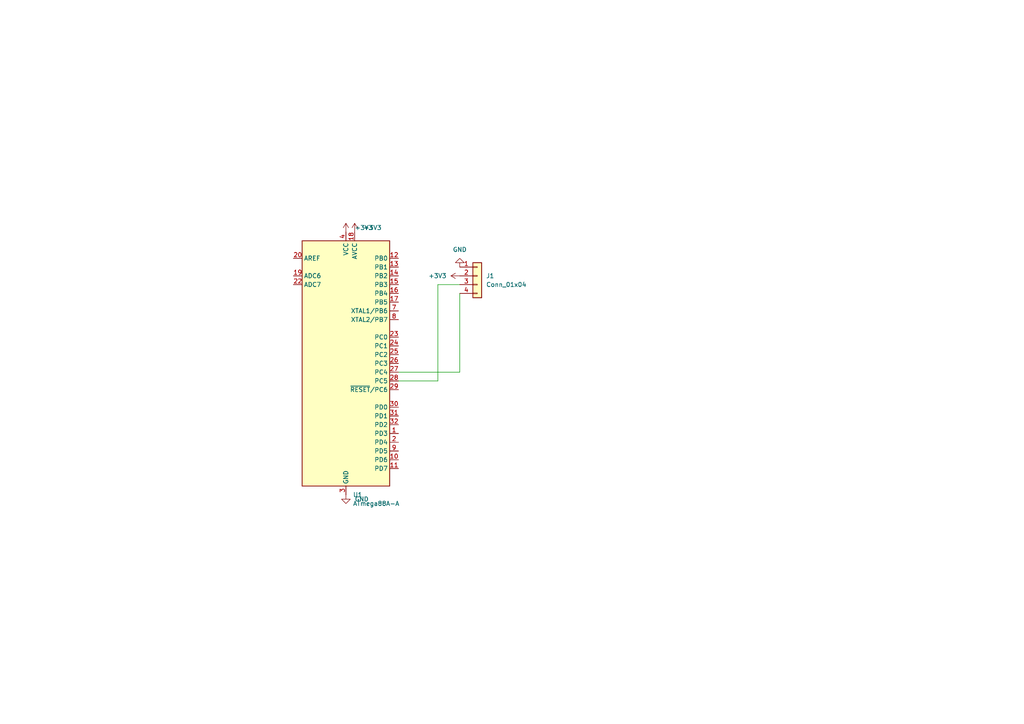
<source format=kicad_sch>
(kicad_sch (version 20211123) (generator eeschema)
  (paper "A4")
  (lib_symbols
    (symbol "Connector_Generic:Conn_01x04" (pin_names (offset 1.016) hide)
      (property "Reference" "J" (at 0 5.08 0))
      (property "Value" "Conn_01x04" (at 0 -7.62 0))
      (symbol "Conn_01x04_1_1"
        (rectangle (start -1.27 -4.953) (end 0 -5.207) (stroke (width 0.1524)))
        (rectangle (start -1.27 -2.413) (end 0 -2.667) (stroke (width 0.1524)))
        (rectangle (start -1.27 0.127) (end 0 -0.127) (stroke (width 0.1524)))
        (rectangle (start -1.27 2.667) (end 0 2.413) (stroke (width 0.1524)))
        (rectangle (start -1.27 3.81) (end 1.27 -6.35) (stroke (width 0.254)) (fill (type background)))
        (pin passive line (at -5.08 2.54 0) (length 3.81) (name "Pin_1") (number "1"))
        (pin passive line (at -5.08 0 0) (length 3.81) (name "Pin_2") (number "2"))
        (pin passive line (at -5.08 -2.54 0) (length 3.81) (name "Pin_3") (number "3"))
        (pin passive line (at -5.08 -5.08 0) (length 3.81) (name "Pin_4") (number "4"))
      )
    )
    (symbol "MCU_Microchip_ATmega:ATmega88A-A"
      (property "Reference" "U" (at -12.7 36.83 0))
      (property "Value" "ATmega88A-A" (at 2.54 -36.83 0))
      (symbol "ATmega88A-A_0_1"
        (rectangle (start -12.7 -35.56) (end 12.7 35.56) (stroke (width 0.254)) (fill (type background)))
      )
      (symbol "ATmega88A-A_1_1"
        (pin bidirectional line (at 15.24 -20.32 180) (length 2.54) (name "PD3") (number "1"))
        (pin bidirectional line (at 15.24 -27.94 180) (length 2.54) (name "PD6") (number "10"))
        (pin bidirectional line (at 15.24 -30.48 180) (length 2.54) (name "PD7") (number "11"))
        (pin bidirectional line (at 15.24 30.48 180) (length 2.54) (name "PB0") (number "12"))
        (pin bidirectional line (at 15.24 27.94 180) (length 2.54) (name "PB1") (number "13"))
        (pin bidirectional line (at 15.24 25.4 180) (length 2.54) (name "PB2") (number "14"))
        (pin bidirectional line (at 15.24 22.86 180) (length 2.54) (name "PB3") (number "15"))
        (pin bidirectional line (at 15.24 20.32 180) (length 2.54) (name "PB4") (number "16"))
        (pin bidirectional line (at 15.24 17.78 180) (length 2.54) (name "PB5") (number "17"))
        (pin power_in line (at 2.54 38.1 270) (length 2.54) (name "AVCC") (number "18"))
        (pin input line (at -15.24 25.4 0) (length 2.54) (name "ADC6") (number "19"))
        (pin bidirectional line (at 15.24 -22.86 180) (length 2.54) (name "PD4") (number "2"))
        (pin passive line (at -15.24 30.48 0) (length 2.54) (name "AREF") (number "20"))
        (pin passive line (at 0 -38.1 90) (length 2.54) hide (name "GND") (number "21"))
        (pin input line (at -15.24 22.86 0) (length 2.54) (name "ADC7") (number "22"))
        (pin bidirectional line (at 15.24 7.62 180) (length 2.54) (name "PC0") (number "23"))
        (pin bidirectional line (at 15.24 5.08 180) (length 2.54) (name "PC1") (number "24"))
        (pin bidirectional line (at 15.24 2.54 180) (length 2.54) (name "PC2") (number "25"))
        (pin bidirectional line (at 15.24 0 180) (length 2.54) (name "PC3") (number "26"))
        (pin bidirectional line (at 15.24 -2.54 180) (length 2.54) (name "PC4") (number "27"))
        (pin bidirectional line (at 15.24 -5.08 180) (length 2.54) (name "PC5") (number "28"))
        (pin bidirectional line (at 15.24 -7.62 180) (length 2.54) (name "~{RESET}/PC6") (number "29"))
        (pin power_in line (at 0 -38.1 90) (length 2.54) (name "GND") (number "3"))
        (pin bidirectional line (at 15.24 -12.7 180) (length 2.54) (name "PD0") (number "30"))
        (pin bidirectional line (at 15.24 -15.24 180) (length 2.54) (name "PD1") (number "31"))
        (pin bidirectional line (at 15.24 -17.78 180) (length 2.54) (name "PD2") (number "32"))
        (pin power_in line (at 0 38.1 270) (length 2.54) (name "VCC") (number "4"))
        (pin passive line (at 0 -38.1 90) (length 2.54) hide (name "GND") (number "5"))
        (pin passive line (at 0 38.1 270) (length 2.54) hide (name "VCC") (number "6"))
        (pin bidirectional line (at 15.24 15.24 180) (length 2.54) (name "XTAL1/PB6") (number "7"))
        (pin bidirectional line (at 15.24 12.7 180) (length 2.54) (name "XTAL2/PB7") (number "8"))
        (pin bidirectional line (at 15.24 -25.4 180) (length 2.54) (name "PD5") (number "9"))
      )
    )
    (symbol "power:+3.3V" (power) (pin_names (offset 0))
      (property "Value" "+3.3V" (at 0 3.556 0))
      (symbol "+3.3V_0_1"
        (polyline (pts (xy -0.762 1.27) (xy 0 2.54)))
        (polyline (pts (xy 0 0) (xy 0 2.54)))
        (polyline (pts (xy 0 2.54) (xy 0.762 1.27)))
      )
      (symbol "+3.3V_1_1"
        (pin power_in line (at 0 0 90) (length 0) hide (name "+3V3") (number "1"))
      )
    )
    (symbol "power:GND" (power) (pin_names (offset 0))
      (property "Value" "GND" (at 0 -3.81 0))
      (symbol "GND_0_1"
        (polyline (pts (xy 0 0) (xy 0 -1.27) (xy 1.27 -1.27) (xy 0 -2.54) (xy -1.27 -1.27) (xy 0 -1.27)))
      )
      (symbol "GND_1_1"
        (pin power_in line (at 0 0 270) (length 0) hide (name "GND") (number "1"))
      )
    )
  )
  (wire (pts (xy 115.57 110.49) (xy 127 110.49)))
  (wire (pts (xy 133.35 107.95) (xy 133.35 85.09)))
  (wire (pts (xy 115.57 107.95) (xy 133.35 107.95)))
  (wire (pts (xy 127 82.55) (xy 133.35 82.55)))
  (wire (pts (xy 127 110.49) (xy 127 82.55)))
  (symbol (lib_id "power:GND") (at 100.33 143.51 0) (unit 1)
    (property "Reference" "#PWR0103" (effects hide))
    (property "Value" "GND" (at 102.87 144.7799 0) (effects (justify left)))
  )
  (symbol (lib_id "MCU_Microchip_ATmega:ATmega88A-A") (at 100.33 105.41 0) (unit 1)
    (property "Reference" "U1" (at 102.3494 143.51 0) (effects (justify left)))
    (property "Value" "ATmega88A-A" (at 102.3494 146.05 0) (effects (justify left)))
    (property "Footprint" "Package_QFP:TQFP-32_7x7mm_P0.8mm" (effects hide))
    (property "Datasheet" "http://ww1.microchip.com/downloads/en/DeviceDoc/ATmega48A_88A_168A-Data-Sheet-40002007A.pdf" (effects hide))
  )
  (symbol (lib_id "Connector_Generic:Conn_01x04") (at 138.43 80.01 0) (unit 1)
    (property "Reference" "J1" (at 140.97 80.0099 0) (effects (justify left)))
    (property "Value" "Conn_01x04" (at 140.97 82.5499 0) (effects (justify left)))
    (property "Footprint" "Connector_PinHeader_2.54mm:PinHeader_1x04_P2.54mm_Vertical" (effects hide))
  )
  (symbol (lib_id "power:+3.3V") (at 133.35 80.01 90) (unit 1)
    (property "Reference" "#PWR0105" (effects hide))
    (property "Value" "+3.3V" (at 129.54 80.0099 90) (effects (justify left)))
  )
  (symbol (lib_id "power:+3.3V") (at 100.33 67.31 0) (unit 1)
    (property "Reference" "#PWR0101" (effects hide))
    (property "Value" "+3.3V" (at 102.87 66.0399 0) (effects (justify left)))
  )
  (symbol (lib_id "power:GND") (at 133.35 77.47 180) (unit 1)
    (property "Reference" "#PWR0104" (effects hide))
    (property "Value" "GND" (at 133.35 72.39 0))
  )
  (symbol (lib_id "power:+3.3V") (at 102.87 67.31 0) (unit 1)
    (property "Reference" "#PWR0102" (effects hide))
    (property "Value" "+3.3V" (at 105.41 66.0399 0) (effects (justify left)))
  )
)
</source>
